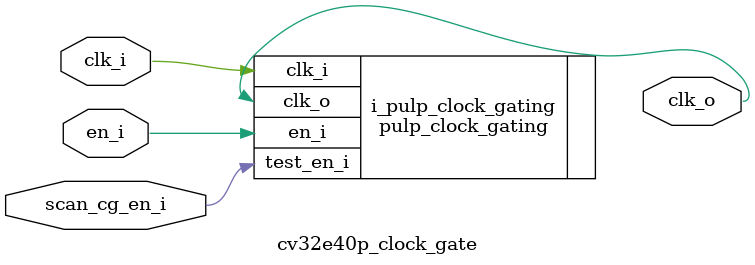
<source format=sv>

module cv32e40p_clock_gate (
  input  logic clk_i,
  input  logic en_i,
  input  logic scan_cg_en_i,
  output logic clk_o
);

  pulp_clock_gating i_pulp_clock_gating (
    .clk_i,
    .en_i,
    .test_en_i (scan_cg_en_i),
    .clk_o
  );

endmodule

</source>
